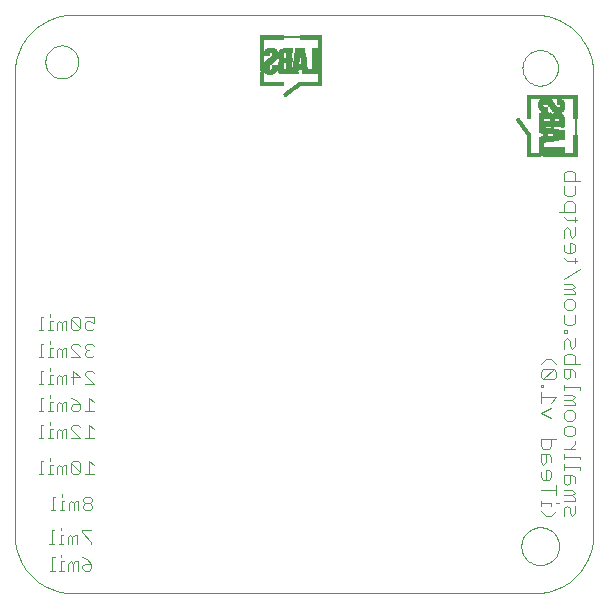
<source format=gbo>
G75*
G70*
%OFA0B0*%
%FSLAX24Y24*%
%IPPOS*%
%LPD*%
%AMOC8*
5,1,8,0,0,1.08239X$1,22.5*
%
%ADD10C,0.0004*%
%ADD11C,0.0040*%
%ADD12C,0.0000*%
%ADD13R,0.0008X0.0024*%
%ADD14R,0.0008X0.0040*%
%ADD15R,0.0008X0.0048*%
%ADD16R,0.0008X0.0072*%
%ADD17R,0.0008X0.0088*%
%ADD18R,0.0008X0.0104*%
%ADD19R,0.0008X0.0120*%
%ADD20R,0.0008X0.0136*%
%ADD21R,0.0008X0.0152*%
%ADD22R,0.0008X0.0176*%
%ADD23R,0.0008X0.0184*%
%ADD24R,0.0008X0.0200*%
%ADD25R,0.0008X0.0200*%
%ADD26R,0.0008X0.0192*%
%ADD27R,0.0008X0.0904*%
%ADD28R,0.0008X0.0776*%
%ADD29R,0.0008X0.0888*%
%ADD30R,0.0008X0.0880*%
%ADD31R,0.0008X0.0864*%
%ADD32R,0.0008X0.0776*%
%ADD33R,0.0008X0.0856*%
%ADD34R,0.0008X0.0848*%
%ADD35R,0.0008X0.0832*%
%ADD36R,0.0008X0.0824*%
%ADD37R,0.0008X0.0808*%
%ADD38R,0.0008X0.0800*%
%ADD39R,0.0008X0.0792*%
%ADD40R,0.0008X0.0768*%
%ADD41R,0.0008X0.0752*%
%ADD42R,0.0008X0.0744*%
%ADD43R,0.0008X0.0120*%
%ADD44R,0.0008X0.0128*%
%ADD45R,0.0008X0.0192*%
%ADD46R,0.0008X0.0656*%
%ADD47R,0.0008X0.0536*%
%ADD48R,0.0008X0.0240*%
%ADD49R,0.0008X0.0600*%
%ADD50R,0.0008X0.0288*%
%ADD51R,0.0008X0.0624*%
%ADD52R,0.0008X0.0304*%
%ADD53R,0.0008X0.0640*%
%ADD54R,0.0008X0.0336*%
%ADD55R,0.0008X0.0664*%
%ADD56R,0.0008X0.0656*%
%ADD57R,0.0008X0.0360*%
%ADD58R,0.0008X0.0664*%
%ADD59R,0.0008X0.0664*%
%ADD60R,0.0008X0.0384*%
%ADD61R,0.0008X0.0672*%
%ADD62R,0.0008X0.0400*%
%ADD63R,0.0008X0.0680*%
%ADD64R,0.0008X0.0416*%
%ADD65R,0.0008X0.0552*%
%ADD66R,0.0008X0.0672*%
%ADD67R,0.0008X0.0696*%
%ADD68R,0.0008X0.0552*%
%ADD69R,0.0008X0.0696*%
%ADD70R,0.0008X0.0560*%
%ADD71R,0.0008X0.0704*%
%ADD72R,0.0008X0.0568*%
%ADD73R,0.0008X0.0704*%
%ADD74R,0.0008X0.0568*%
%ADD75R,0.0008X0.1288*%
%ADD76R,0.0008X0.0920*%
%ADD77R,0.0008X0.0320*%
%ADD78R,0.0008X0.0912*%
%ADD79R,0.0008X0.0312*%
%ADD80R,0.0008X0.0432*%
%ADD81R,0.0008X0.0448*%
%ADD82R,0.0008X0.1192*%
%ADD83R,0.0008X0.0416*%
%ADD84R,0.0008X0.0304*%
%ADD85R,0.0008X0.1192*%
%ADD86R,0.0008X0.0408*%
%ADD87R,0.0008X0.0328*%
%ADD88R,0.0008X0.0728*%
%ADD89R,0.0008X0.0328*%
%ADD90R,0.0008X0.0720*%
%ADD91R,0.0008X0.0392*%
%ADD92R,0.0008X0.0720*%
%ADD93R,0.0008X0.0392*%
%ADD94R,0.0008X0.0488*%
%ADD95R,0.0008X0.0224*%
%ADD96R,0.0008X0.0488*%
%ADD97R,0.0008X0.0224*%
%ADD98R,0.0008X0.0480*%
%ADD99R,0.0008X0.0472*%
%ADD100R,0.0008X0.0472*%
%ADD101R,0.0008X0.0312*%
%ADD102R,0.0008X0.0216*%
%ADD103R,0.0008X0.0192*%
%ADD104R,0.0008X0.0336*%
%ADD105R,0.0008X0.0216*%
%ADD106R,0.0008X0.0352*%
%ADD107R,0.0008X0.0192*%
%ADD108R,0.0008X0.0184*%
%ADD109R,0.0008X0.0360*%
%ADD110R,0.0008X0.0208*%
%ADD111R,0.0008X0.0368*%
%ADD112R,0.0008X0.0184*%
%ADD113R,0.0008X0.0408*%
%ADD114R,0.0008X0.0416*%
%ADD115R,0.0008X0.0256*%
%ADD116R,0.0008X0.0440*%
%ADD117R,0.0008X0.0328*%
%ADD118R,0.0008X0.0336*%
%ADD119R,0.0008X0.0344*%
%ADD120R,0.0008X0.0472*%
%ADD121R,0.0008X0.0344*%
%ADD122R,0.0008X0.0464*%
%ADD123R,0.0008X0.0176*%
%ADD124R,0.0008X0.0456*%
%ADD125R,0.0008X0.0352*%
%ADD126R,0.0008X0.0440*%
%ADD127R,0.0008X0.0352*%
%ADD128R,0.0008X0.0424*%
%ADD129R,0.0008X0.0344*%
%ADD130R,0.0008X0.0176*%
%ADD131R,0.0008X0.0184*%
%ADD132R,0.0008X0.0216*%
%ADD133R,0.0008X0.0296*%
%ADD134R,0.0008X0.0280*%
%ADD135R,0.0008X0.0264*%
%ADD136R,0.0008X0.0448*%
%ADD137R,0.0008X0.0424*%
%ADD138R,0.0008X0.0400*%
%ADD139R,0.0008X0.0376*%
%ADD140R,0.0008X0.0368*%
%ADD141R,0.0008X0.0408*%
%ADD142R,0.0008X0.0480*%
%ADD143R,0.0008X0.0584*%
%ADD144R,0.0008X0.0576*%
%ADD145R,0.0008X0.0464*%
%ADD146R,0.0008X0.0328*%
%ADD147R,0.0008X0.0432*%
%ADD148R,0.0008X0.0376*%
%ADD149R,0.0008X0.0392*%
%ADD150R,0.0008X0.0376*%
%ADD151R,0.0008X0.0320*%
%ADD152R,0.0008X0.0272*%
%ADD153R,0.0008X0.0224*%
%ADD154R,0.0008X0.0064*%
%ADD155R,0.0008X0.0704*%
%ADD156R,0.0008X0.0704*%
%ADD157R,0.0008X0.2048*%
%ADD158R,0.0008X0.2048*%
%ADD159R,0.0024X0.0008*%
%ADD160R,0.0040X0.0008*%
%ADD161R,0.0048X0.0008*%
%ADD162R,0.0072X0.0008*%
%ADD163R,0.0088X0.0008*%
%ADD164R,0.0104X0.0008*%
%ADD165R,0.0120X0.0008*%
%ADD166R,0.0136X0.0008*%
%ADD167R,0.0152X0.0008*%
%ADD168R,0.0176X0.0008*%
%ADD169R,0.0184X0.0008*%
%ADD170R,0.0200X0.0008*%
%ADD171R,0.0200X0.0008*%
%ADD172R,0.0192X0.0008*%
%ADD173R,0.0904X0.0008*%
%ADD174R,0.0776X0.0008*%
%ADD175R,0.0888X0.0008*%
%ADD176R,0.0880X0.0008*%
%ADD177R,0.0864X0.0008*%
%ADD178R,0.0776X0.0008*%
%ADD179R,0.0856X0.0008*%
%ADD180R,0.0848X0.0008*%
%ADD181R,0.0832X0.0008*%
%ADD182R,0.0824X0.0008*%
%ADD183R,0.0808X0.0008*%
%ADD184R,0.0800X0.0008*%
%ADD185R,0.0792X0.0008*%
%ADD186R,0.0768X0.0008*%
%ADD187R,0.0752X0.0008*%
%ADD188R,0.0744X0.0008*%
%ADD189R,0.0120X0.0008*%
%ADD190R,0.0128X0.0008*%
%ADD191R,0.0192X0.0008*%
%ADD192R,0.0656X0.0008*%
%ADD193R,0.0536X0.0008*%
%ADD194R,0.0240X0.0008*%
%ADD195R,0.0600X0.0008*%
%ADD196R,0.0288X0.0008*%
%ADD197R,0.0624X0.0008*%
%ADD198R,0.0304X0.0008*%
%ADD199R,0.0640X0.0008*%
%ADD200R,0.0336X0.0008*%
%ADD201R,0.0664X0.0008*%
%ADD202R,0.0656X0.0008*%
%ADD203R,0.0360X0.0008*%
%ADD204R,0.0664X0.0008*%
%ADD205R,0.0664X0.0008*%
%ADD206R,0.0384X0.0008*%
%ADD207R,0.0672X0.0008*%
%ADD208R,0.0400X0.0008*%
%ADD209R,0.0680X0.0008*%
%ADD210R,0.0416X0.0008*%
%ADD211R,0.0552X0.0008*%
%ADD212R,0.0672X0.0008*%
%ADD213R,0.0696X0.0008*%
%ADD214R,0.0552X0.0008*%
%ADD215R,0.0696X0.0008*%
%ADD216R,0.0560X0.0008*%
%ADD217R,0.0704X0.0008*%
%ADD218R,0.0568X0.0008*%
%ADD219R,0.0704X0.0008*%
%ADD220R,0.0568X0.0008*%
%ADD221R,0.1288X0.0008*%
%ADD222R,0.0920X0.0008*%
%ADD223R,0.0320X0.0008*%
%ADD224R,0.0912X0.0008*%
%ADD225R,0.0312X0.0008*%
%ADD226R,0.0432X0.0008*%
%ADD227R,0.0448X0.0008*%
%ADD228R,0.1192X0.0008*%
%ADD229R,0.0416X0.0008*%
%ADD230R,0.0304X0.0008*%
%ADD231R,0.1192X0.0008*%
%ADD232R,0.0408X0.0008*%
%ADD233R,0.0328X0.0008*%
%ADD234R,0.0728X0.0008*%
%ADD235R,0.0328X0.0008*%
%ADD236R,0.0720X0.0008*%
%ADD237R,0.0392X0.0008*%
%ADD238R,0.0720X0.0008*%
%ADD239R,0.0392X0.0008*%
%ADD240R,0.0488X0.0008*%
%ADD241R,0.0224X0.0008*%
%ADD242R,0.0488X0.0008*%
%ADD243R,0.0224X0.0008*%
%ADD244R,0.0480X0.0008*%
%ADD245R,0.0472X0.0008*%
%ADD246R,0.0472X0.0008*%
%ADD247R,0.0312X0.0008*%
%ADD248R,0.0216X0.0008*%
%ADD249R,0.0192X0.0008*%
%ADD250R,0.0336X0.0008*%
%ADD251R,0.0216X0.0008*%
%ADD252R,0.0352X0.0008*%
%ADD253R,0.0192X0.0008*%
%ADD254R,0.0184X0.0008*%
%ADD255R,0.0360X0.0008*%
%ADD256R,0.0208X0.0008*%
%ADD257R,0.0368X0.0008*%
%ADD258R,0.0184X0.0008*%
%ADD259R,0.0408X0.0008*%
%ADD260R,0.0416X0.0008*%
%ADD261R,0.0256X0.0008*%
%ADD262R,0.0440X0.0008*%
%ADD263R,0.0328X0.0008*%
%ADD264R,0.0336X0.0008*%
%ADD265R,0.0344X0.0008*%
%ADD266R,0.0472X0.0008*%
%ADD267R,0.0344X0.0008*%
%ADD268R,0.0464X0.0008*%
%ADD269R,0.0176X0.0008*%
%ADD270R,0.0456X0.0008*%
%ADD271R,0.0352X0.0008*%
%ADD272R,0.0440X0.0008*%
%ADD273R,0.0352X0.0008*%
%ADD274R,0.0424X0.0008*%
%ADD275R,0.0344X0.0008*%
%ADD276R,0.0176X0.0008*%
%ADD277R,0.0184X0.0008*%
%ADD278R,0.0216X0.0008*%
%ADD279R,0.0296X0.0008*%
%ADD280R,0.0280X0.0008*%
%ADD281R,0.0264X0.0008*%
%ADD282R,0.0448X0.0008*%
%ADD283R,0.0424X0.0008*%
%ADD284R,0.0400X0.0008*%
%ADD285R,0.0376X0.0008*%
%ADD286R,0.0368X0.0008*%
%ADD287R,0.0408X0.0008*%
%ADD288R,0.0480X0.0008*%
%ADD289R,0.0584X0.0008*%
%ADD290R,0.0576X0.0008*%
%ADD291R,0.0464X0.0008*%
%ADD292R,0.0328X0.0008*%
%ADD293R,0.0432X0.0008*%
%ADD294R,0.0376X0.0008*%
%ADD295R,0.0392X0.0008*%
%ADD296R,0.0376X0.0008*%
%ADD297R,0.0320X0.0008*%
%ADD298R,0.0272X0.0008*%
%ADD299R,0.0224X0.0008*%
%ADD300R,0.0064X0.0008*%
%ADD301R,0.0704X0.0008*%
%ADD302R,0.0704X0.0008*%
%ADD303R,0.2048X0.0008*%
%ADD304R,0.2048X0.0008*%
D10*
X002079Y000131D02*
X004048Y000131D01*
X017434Y000131D01*
X017528Y000133D01*
X017621Y000140D01*
X017714Y000151D01*
X017807Y000167D01*
X017898Y000187D01*
X017989Y000211D01*
X018078Y000239D01*
X018166Y000272D01*
X018252Y000309D01*
X018336Y000350D01*
X018419Y000395D01*
X018499Y000444D01*
X018576Y000496D01*
X018651Y000552D01*
X018723Y000612D01*
X018793Y000675D01*
X018859Y000741D01*
X018922Y000811D01*
X018982Y000883D01*
X019038Y000958D01*
X019090Y001035D01*
X019139Y001116D01*
X019184Y001198D01*
X019225Y001282D01*
X019262Y001368D01*
X019295Y001456D01*
X019323Y001545D01*
X019347Y001636D01*
X019367Y001727D01*
X019383Y001820D01*
X019394Y001913D01*
X019401Y002006D01*
X019403Y002100D01*
X019402Y002100D02*
X019402Y008399D01*
X019402Y017454D01*
X019403Y017454D02*
X019401Y017548D01*
X019394Y017641D01*
X019383Y017734D01*
X019367Y017827D01*
X019347Y017918D01*
X019323Y018009D01*
X019295Y018098D01*
X019262Y018186D01*
X019225Y018272D01*
X019184Y018356D01*
X019139Y018438D01*
X019090Y018519D01*
X019038Y018596D01*
X018982Y018671D01*
X018922Y018743D01*
X018859Y018813D01*
X018793Y018879D01*
X018723Y018942D01*
X018651Y019002D01*
X018576Y019058D01*
X018499Y019110D01*
X018418Y019159D01*
X018336Y019204D01*
X018252Y019245D01*
X018166Y019282D01*
X018078Y019315D01*
X017989Y019343D01*
X017898Y019367D01*
X017807Y019387D01*
X017714Y019403D01*
X017621Y019414D01*
X017528Y019421D01*
X017434Y019423D01*
X017434Y019422D02*
X015859Y019422D01*
X002079Y019422D01*
X002079Y019423D02*
X001985Y019421D01*
X001892Y019414D01*
X001799Y019403D01*
X001706Y019387D01*
X001615Y019367D01*
X001524Y019343D01*
X001435Y019315D01*
X001347Y019282D01*
X001261Y019245D01*
X001177Y019204D01*
X001094Y019159D01*
X001014Y019110D01*
X000937Y019058D01*
X000862Y019002D01*
X000790Y018942D01*
X000720Y018879D01*
X000654Y018813D01*
X000591Y018743D01*
X000531Y018671D01*
X000475Y018596D01*
X000423Y018519D01*
X000374Y018439D01*
X000329Y018356D01*
X000288Y018272D01*
X000251Y018186D01*
X000218Y018098D01*
X000190Y018009D01*
X000166Y017918D01*
X000146Y017827D01*
X000130Y017734D01*
X000119Y017641D01*
X000112Y017548D01*
X000110Y017454D01*
X000111Y017454D02*
X000111Y012336D01*
X000111Y002100D01*
X000110Y002100D02*
X000112Y002006D01*
X000119Y001913D01*
X000130Y001820D01*
X000146Y001727D01*
X000166Y001636D01*
X000190Y001545D01*
X000218Y001456D01*
X000251Y001368D01*
X000288Y001282D01*
X000329Y001198D01*
X000374Y001116D01*
X000423Y001035D01*
X000475Y000958D01*
X000531Y000883D01*
X000591Y000811D01*
X000654Y000741D01*
X000720Y000675D01*
X000790Y000612D01*
X000862Y000552D01*
X000937Y000496D01*
X001014Y000444D01*
X001094Y000395D01*
X001177Y000350D01*
X001261Y000309D01*
X001347Y000272D01*
X001435Y000239D01*
X001524Y000211D01*
X001615Y000187D01*
X001706Y000167D01*
X001799Y000151D01*
X001892Y000140D01*
X001985Y000133D01*
X002079Y000131D01*
D11*
X001445Y000891D02*
X001291Y000891D01*
X001368Y000891D02*
X001368Y001351D01*
X001445Y001351D01*
X001675Y001351D02*
X001675Y001428D01*
X001675Y001198D02*
X001675Y000891D01*
X001752Y000891D02*
X001598Y000891D01*
X001905Y000891D02*
X001905Y001121D01*
X001982Y001198D01*
X002059Y001121D01*
X002059Y000891D01*
X002212Y000891D02*
X002212Y001198D01*
X002135Y001198D01*
X002059Y001121D01*
X002365Y001044D02*
X002365Y000968D01*
X002442Y000891D01*
X002596Y000891D01*
X002672Y000968D01*
X002672Y001121D01*
X002442Y001121D01*
X002365Y001044D01*
X002519Y001275D02*
X002672Y001121D01*
X002519Y001275D02*
X002365Y001351D01*
X002192Y001781D02*
X002192Y002088D01*
X002115Y002088D01*
X002039Y002011D01*
X001962Y002088D01*
X001885Y002011D01*
X001885Y001781D01*
X001732Y001781D02*
X001578Y001781D01*
X001655Y001781D02*
X001655Y002088D01*
X001732Y002088D01*
X001655Y002241D02*
X001655Y002318D01*
X001425Y002241D02*
X001348Y002241D01*
X001348Y001781D01*
X001425Y001781D02*
X001271Y001781D01*
X001675Y001198D02*
X001752Y001198D01*
X002039Y001781D02*
X002039Y002011D01*
X002345Y002165D02*
X002652Y001858D01*
X002652Y001781D01*
X002652Y002241D02*
X002345Y002241D01*
X002345Y002165D01*
X002232Y002901D02*
X002232Y003208D01*
X002155Y003208D01*
X002079Y003131D01*
X002002Y003208D01*
X001925Y003131D01*
X001925Y002901D01*
X001772Y002901D02*
X001618Y002901D01*
X001695Y002901D02*
X001695Y003208D01*
X001772Y003208D01*
X001695Y003361D02*
X001695Y003438D01*
X001465Y003361D02*
X001388Y003361D01*
X001388Y002901D01*
X001465Y002901D02*
X001311Y002901D01*
X002079Y002901D02*
X002079Y003131D01*
X002385Y003054D02*
X002385Y002978D01*
X002462Y002901D01*
X002616Y002901D01*
X002692Y002978D01*
X002692Y003054D01*
X002616Y003131D01*
X002462Y003131D01*
X002385Y003054D01*
X002462Y003131D02*
X002385Y003208D01*
X002385Y003285D01*
X002462Y003361D01*
X002616Y003361D01*
X002692Y003285D01*
X002692Y003208D01*
X002616Y003131D01*
X002606Y004101D02*
X002606Y004561D01*
X002759Y004408D01*
X002759Y004101D02*
X002452Y004101D01*
X002299Y004178D02*
X001992Y004485D01*
X001992Y004178D01*
X002069Y004101D01*
X002222Y004101D01*
X002299Y004178D01*
X002299Y004485D01*
X002222Y004561D01*
X002069Y004561D01*
X001992Y004485D01*
X001838Y004408D02*
X001762Y004408D01*
X001685Y004331D01*
X001608Y004408D01*
X001531Y004331D01*
X001531Y004101D01*
X001378Y004101D02*
X001225Y004101D01*
X001301Y004101D02*
X001301Y004408D01*
X001378Y004408D01*
X001301Y004561D02*
X001301Y004638D01*
X001071Y004561D02*
X000994Y004561D01*
X000994Y004101D01*
X000918Y004101D02*
X001071Y004101D01*
X001685Y004101D02*
X001685Y004331D01*
X001838Y004408D02*
X001838Y004101D01*
X001838Y005301D02*
X001838Y005608D01*
X001762Y005608D01*
X001685Y005531D01*
X001608Y005608D01*
X001531Y005531D01*
X001531Y005301D01*
X001378Y005301D02*
X001225Y005301D01*
X001301Y005301D02*
X001301Y005608D01*
X001378Y005608D01*
X001301Y005761D02*
X001301Y005838D01*
X001071Y005761D02*
X000994Y005761D01*
X000994Y005301D01*
X000918Y005301D02*
X001071Y005301D01*
X001685Y005301D02*
X001685Y005531D01*
X001992Y005608D02*
X001992Y005685D01*
X002069Y005761D01*
X002222Y005761D01*
X002299Y005685D01*
X001992Y005608D02*
X002299Y005301D01*
X001992Y005301D01*
X002452Y005301D02*
X002759Y005301D01*
X002606Y005301D02*
X002606Y005761D01*
X002759Y005608D01*
X002759Y006201D02*
X002452Y006201D01*
X002606Y006201D02*
X002606Y006661D01*
X002759Y006508D01*
X002299Y006431D02*
X002069Y006431D01*
X001992Y006354D01*
X001992Y006278D01*
X002069Y006201D01*
X002222Y006201D01*
X002299Y006278D01*
X002299Y006431D01*
X002145Y006585D01*
X001992Y006661D01*
X001838Y006508D02*
X001762Y006508D01*
X001685Y006431D01*
X001608Y006508D01*
X001531Y006431D01*
X001531Y006201D01*
X001378Y006201D02*
X001225Y006201D01*
X001301Y006201D02*
X001301Y006508D01*
X001378Y006508D01*
X001301Y006661D02*
X001301Y006738D01*
X001071Y006661D02*
X000994Y006661D01*
X000994Y006201D01*
X000918Y006201D02*
X001071Y006201D01*
X001685Y006201D02*
X001685Y006431D01*
X001838Y006508D02*
X001838Y006201D01*
X001838Y007101D02*
X001838Y007408D01*
X001762Y007408D01*
X001685Y007331D01*
X001608Y007408D01*
X001531Y007331D01*
X001531Y007101D01*
X001378Y007101D02*
X001225Y007101D01*
X001301Y007101D02*
X001301Y007408D01*
X001378Y007408D01*
X001301Y007561D02*
X001301Y007638D01*
X001071Y007561D02*
X000994Y007561D01*
X000994Y007101D01*
X000918Y007101D02*
X001071Y007101D01*
X001685Y007101D02*
X001685Y007331D01*
X001992Y007331D02*
X002299Y007331D01*
X002069Y007561D01*
X002069Y007101D01*
X002452Y007101D02*
X002759Y007101D01*
X002452Y007408D01*
X002452Y007485D01*
X002529Y007561D01*
X002682Y007561D01*
X002759Y007485D01*
X002682Y008001D02*
X002529Y008001D01*
X002452Y008078D01*
X002452Y008154D01*
X002529Y008231D01*
X002606Y008231D01*
X002529Y008231D02*
X002452Y008308D01*
X002452Y008385D01*
X002529Y008461D01*
X002682Y008461D01*
X002759Y008385D01*
X002759Y008078D02*
X002682Y008001D01*
X002299Y008001D02*
X001992Y008308D01*
X001992Y008385D01*
X002069Y008461D01*
X002222Y008461D01*
X002299Y008385D01*
X002299Y008001D02*
X001992Y008001D01*
X001838Y008001D02*
X001838Y008308D01*
X001762Y008308D01*
X001685Y008231D01*
X001608Y008308D01*
X001531Y008231D01*
X001531Y008001D01*
X001378Y008001D02*
X001225Y008001D01*
X001301Y008001D02*
X001301Y008308D01*
X001378Y008308D01*
X001301Y008461D02*
X001301Y008538D01*
X001071Y008461D02*
X000994Y008461D01*
X000994Y008001D01*
X000918Y008001D02*
X001071Y008001D01*
X001685Y008001D02*
X001685Y008231D01*
X001685Y008901D02*
X001685Y009131D01*
X001608Y009208D01*
X001531Y009131D01*
X001531Y008901D01*
X001378Y008901D02*
X001225Y008901D01*
X001301Y008901D02*
X001301Y009208D01*
X001378Y009208D01*
X001301Y009361D02*
X001301Y009438D01*
X001071Y009361D02*
X000994Y009361D01*
X000994Y008901D01*
X000918Y008901D02*
X001071Y008901D01*
X001685Y009131D02*
X001762Y009208D01*
X001838Y009208D01*
X001838Y008901D01*
X001992Y008978D02*
X002069Y008901D01*
X002222Y008901D01*
X002299Y008978D01*
X001992Y009285D01*
X001992Y008978D01*
X002299Y008978D02*
X002299Y009285D01*
X002222Y009361D01*
X002069Y009361D01*
X001992Y009285D01*
X002452Y009361D02*
X002759Y009361D01*
X002759Y009131D01*
X002606Y009208D01*
X002529Y009208D01*
X002452Y009131D01*
X002452Y008978D01*
X002529Y008901D01*
X002682Y008901D01*
X002759Y008978D01*
X017651Y007780D02*
X017824Y007954D01*
X017997Y007954D01*
X018171Y007780D01*
X018084Y007612D02*
X017737Y007265D01*
X017651Y007351D01*
X017651Y007525D01*
X017737Y007612D01*
X018084Y007612D01*
X018171Y007525D01*
X018171Y007351D01*
X018084Y007265D01*
X017737Y007265D01*
X017737Y007094D02*
X017651Y007094D01*
X017651Y007007D01*
X017737Y007007D01*
X017737Y007094D01*
X017651Y006838D02*
X017651Y006491D01*
X017651Y006665D02*
X018171Y006665D01*
X017997Y006491D01*
X017997Y006323D02*
X017651Y006149D01*
X017997Y005976D01*
X018438Y005976D02*
X018525Y005890D01*
X018698Y005890D01*
X018785Y005976D01*
X018785Y006150D01*
X018698Y006237D01*
X018525Y006237D01*
X018438Y006150D01*
X018438Y005976D01*
X018525Y005721D02*
X018698Y005721D01*
X018785Y005634D01*
X018785Y005461D01*
X018698Y005374D01*
X018525Y005374D01*
X018438Y005461D01*
X018438Y005634D01*
X018525Y005721D01*
X018171Y005291D02*
X017651Y005291D01*
X017651Y005031D01*
X017737Y004944D01*
X017911Y004944D01*
X017997Y005031D01*
X017997Y005291D01*
X018438Y004944D02*
X018785Y004944D01*
X018611Y004944D02*
X018785Y005118D01*
X018785Y005205D01*
X018438Y004774D02*
X018438Y004601D01*
X018438Y004687D02*
X018958Y004687D01*
X018958Y004601D01*
X018958Y004344D02*
X018438Y004344D01*
X018438Y004430D02*
X018438Y004257D01*
X018438Y004088D02*
X018438Y003828D01*
X018525Y003741D01*
X018611Y003828D01*
X018611Y004088D01*
X018698Y004088D02*
X018438Y004088D01*
X018698Y004088D02*
X018785Y004002D01*
X018785Y003828D01*
X018698Y003573D02*
X018438Y003573D01*
X018438Y003399D02*
X018698Y003399D01*
X018785Y003486D01*
X018698Y003573D01*
X018698Y003399D02*
X018785Y003312D01*
X018785Y003226D01*
X018438Y003226D01*
X018525Y003057D02*
X018611Y002970D01*
X018611Y002797D01*
X018698Y002710D01*
X018785Y002797D01*
X018785Y003057D01*
X018525Y003057D02*
X018438Y002970D01*
X018438Y002710D01*
X018171Y002884D02*
X017997Y002710D01*
X017824Y002710D01*
X017651Y002884D01*
X017651Y003054D02*
X017651Y003227D01*
X017651Y003141D02*
X017997Y003141D01*
X017997Y003054D01*
X018171Y003141D02*
X018258Y003141D01*
X018171Y003398D02*
X018171Y003744D01*
X018171Y003571D02*
X017651Y003571D01*
X017737Y003913D02*
X017911Y003913D01*
X017997Y004000D01*
X017997Y004173D01*
X017911Y004260D01*
X017824Y004260D01*
X017824Y003913D01*
X017737Y003913D02*
X017651Y004000D01*
X017651Y004173D01*
X017737Y004429D02*
X017824Y004516D01*
X017824Y004776D01*
X017911Y004776D02*
X017651Y004776D01*
X017651Y004516D01*
X017737Y004429D01*
X017997Y004516D02*
X017997Y004689D01*
X017911Y004776D01*
X018958Y004344D02*
X018958Y004257D01*
X018785Y006405D02*
X018438Y006405D01*
X018438Y006579D02*
X018698Y006579D01*
X018785Y006666D01*
X018698Y006752D01*
X018438Y006752D01*
X018438Y006921D02*
X018438Y007094D01*
X018438Y007008D02*
X018958Y007008D01*
X018958Y006921D01*
X018698Y006579D02*
X018785Y006492D01*
X018785Y006405D01*
X018525Y007265D02*
X018611Y007351D01*
X018611Y007612D01*
X018698Y007612D02*
X018438Y007612D01*
X018438Y007351D01*
X018525Y007265D01*
X018785Y007525D02*
X018698Y007612D01*
X018785Y007525D02*
X018785Y007351D01*
X018785Y007780D02*
X018785Y008041D01*
X018698Y008127D01*
X018525Y008127D01*
X018438Y008041D01*
X018438Y007780D01*
X018958Y007780D01*
X018698Y008296D02*
X018785Y008383D01*
X018785Y008643D01*
X018611Y008556D02*
X018611Y008383D01*
X018698Y008296D01*
X018438Y008296D02*
X018438Y008556D01*
X018525Y008643D01*
X018611Y008556D01*
X018525Y008812D02*
X018525Y008898D01*
X018438Y008898D01*
X018438Y008812D01*
X018525Y008812D01*
X018525Y009069D02*
X018438Y009156D01*
X018438Y009416D01*
X018525Y009585D02*
X018438Y009672D01*
X018438Y009845D01*
X018525Y009932D01*
X018698Y009932D01*
X018785Y009845D01*
X018785Y009672D01*
X018698Y009585D01*
X018525Y009585D01*
X018785Y009416D02*
X018785Y009156D01*
X018698Y009069D01*
X018525Y009069D01*
X018438Y010101D02*
X018785Y010101D01*
X018785Y010187D01*
X018698Y010274D01*
X018785Y010361D01*
X018698Y010448D01*
X018438Y010448D01*
X018438Y010616D02*
X018958Y010963D01*
X018785Y011132D02*
X018785Y011305D01*
X018872Y011219D02*
X018525Y011219D01*
X018438Y011305D01*
X018525Y011476D02*
X018698Y011476D01*
X018785Y011562D01*
X018785Y011736D01*
X018698Y011823D01*
X018611Y011823D01*
X018611Y011476D01*
X018525Y011476D02*
X018438Y011562D01*
X018438Y011736D01*
X018438Y011991D02*
X018438Y012252D01*
X018525Y012338D01*
X018611Y012252D01*
X018611Y012078D01*
X018698Y011991D01*
X018785Y012078D01*
X018785Y012338D01*
X018785Y012507D02*
X018785Y012680D01*
X018872Y012594D02*
X018525Y012594D01*
X018438Y012680D01*
X018438Y012851D02*
X018438Y013111D01*
X018525Y013198D01*
X018698Y013198D01*
X018785Y013111D01*
X018785Y012851D01*
X018264Y012851D01*
X018525Y013366D02*
X018438Y013453D01*
X018438Y013713D01*
X018438Y013882D02*
X018438Y014142D01*
X018525Y014229D01*
X018698Y014229D01*
X018785Y014142D01*
X018785Y013882D01*
X018785Y013713D02*
X018785Y013453D01*
X018698Y013366D01*
X018525Y013366D01*
X018438Y013882D02*
X018958Y013882D01*
X018698Y010274D02*
X018438Y010274D01*
D12*
X017040Y017651D02*
X017042Y017699D01*
X017048Y017747D01*
X017058Y017794D01*
X017071Y017840D01*
X017089Y017885D01*
X017109Y017929D01*
X017134Y017971D01*
X017162Y018010D01*
X017192Y018047D01*
X017226Y018081D01*
X017263Y018113D01*
X017301Y018142D01*
X017342Y018167D01*
X017385Y018189D01*
X017430Y018207D01*
X017476Y018221D01*
X017523Y018232D01*
X017571Y018239D01*
X017619Y018242D01*
X017667Y018241D01*
X017715Y018236D01*
X017763Y018227D01*
X017809Y018215D01*
X017854Y018198D01*
X017898Y018178D01*
X017940Y018155D01*
X017980Y018128D01*
X018018Y018098D01*
X018053Y018065D01*
X018085Y018029D01*
X018115Y017991D01*
X018141Y017950D01*
X018163Y017907D01*
X018183Y017863D01*
X018198Y017818D01*
X018210Y017771D01*
X018218Y017723D01*
X018222Y017675D01*
X018222Y017627D01*
X018218Y017579D01*
X018210Y017531D01*
X018198Y017484D01*
X018183Y017439D01*
X018163Y017395D01*
X018141Y017352D01*
X018115Y017311D01*
X018085Y017273D01*
X018053Y017237D01*
X018018Y017204D01*
X017980Y017174D01*
X017940Y017147D01*
X017898Y017124D01*
X017854Y017104D01*
X017809Y017087D01*
X017763Y017075D01*
X017715Y017066D01*
X017667Y017061D01*
X017619Y017060D01*
X017571Y017063D01*
X017523Y017070D01*
X017476Y017081D01*
X017430Y017095D01*
X017385Y017113D01*
X017342Y017135D01*
X017301Y017160D01*
X017263Y017189D01*
X017226Y017221D01*
X017192Y017255D01*
X017162Y017292D01*
X017134Y017331D01*
X017109Y017373D01*
X017089Y017417D01*
X017071Y017462D01*
X017058Y017508D01*
X017048Y017555D01*
X017042Y017603D01*
X017040Y017651D01*
X001135Y017848D02*
X001137Y017895D01*
X001143Y017941D01*
X001153Y017987D01*
X001166Y018032D01*
X001184Y018075D01*
X001205Y018117D01*
X001229Y018157D01*
X001257Y018194D01*
X001288Y018229D01*
X001322Y018262D01*
X001358Y018291D01*
X001397Y018317D01*
X001438Y018340D01*
X001481Y018359D01*
X001525Y018375D01*
X001570Y018387D01*
X001616Y018395D01*
X001663Y018399D01*
X001709Y018399D01*
X001756Y018395D01*
X001802Y018387D01*
X001847Y018375D01*
X001891Y018359D01*
X001934Y018340D01*
X001975Y018317D01*
X002014Y018291D01*
X002050Y018262D01*
X002084Y018229D01*
X002115Y018194D01*
X002143Y018157D01*
X002167Y018117D01*
X002188Y018075D01*
X002206Y018032D01*
X002219Y017987D01*
X002229Y017941D01*
X002235Y017895D01*
X002237Y017848D01*
X002235Y017801D01*
X002229Y017755D01*
X002219Y017709D01*
X002206Y017664D01*
X002188Y017621D01*
X002167Y017579D01*
X002143Y017539D01*
X002115Y017502D01*
X002084Y017467D01*
X002050Y017434D01*
X002014Y017405D01*
X001975Y017379D01*
X001934Y017356D01*
X001891Y017337D01*
X001847Y017321D01*
X001802Y017309D01*
X001756Y017301D01*
X001709Y017297D01*
X001663Y017297D01*
X001616Y017301D01*
X001570Y017309D01*
X001525Y017321D01*
X001481Y017337D01*
X001438Y017356D01*
X001397Y017379D01*
X001358Y017405D01*
X001322Y017434D01*
X001288Y017467D01*
X001257Y017502D01*
X001229Y017539D01*
X001205Y017579D01*
X001184Y017621D01*
X001166Y017664D01*
X001153Y017709D01*
X001143Y017755D01*
X001137Y017801D01*
X001135Y017848D01*
X017001Y001706D02*
X017003Y001756D01*
X017009Y001806D01*
X017019Y001855D01*
X017033Y001903D01*
X017050Y001950D01*
X017071Y001995D01*
X017096Y002039D01*
X017124Y002080D01*
X017156Y002119D01*
X017190Y002156D01*
X017227Y002190D01*
X017267Y002220D01*
X017309Y002247D01*
X017353Y002271D01*
X017399Y002292D01*
X017446Y002308D01*
X017494Y002321D01*
X017544Y002330D01*
X017593Y002335D01*
X017644Y002336D01*
X017694Y002333D01*
X017743Y002326D01*
X017792Y002315D01*
X017840Y002300D01*
X017886Y002282D01*
X017931Y002260D01*
X017974Y002234D01*
X018015Y002205D01*
X018054Y002173D01*
X018090Y002138D01*
X018122Y002100D01*
X018152Y002060D01*
X018179Y002017D01*
X018202Y001973D01*
X018221Y001927D01*
X018237Y001879D01*
X018249Y001830D01*
X018257Y001781D01*
X018261Y001731D01*
X018261Y001681D01*
X018257Y001631D01*
X018249Y001582D01*
X018237Y001533D01*
X018221Y001485D01*
X018202Y001439D01*
X018179Y001395D01*
X018152Y001352D01*
X018122Y001312D01*
X018090Y001274D01*
X018054Y001239D01*
X018015Y001207D01*
X017974Y001178D01*
X017931Y001152D01*
X017886Y001130D01*
X017840Y001112D01*
X017792Y001097D01*
X017743Y001086D01*
X017694Y001079D01*
X017644Y001076D01*
X017593Y001077D01*
X017544Y001082D01*
X017494Y001091D01*
X017446Y001104D01*
X017399Y001120D01*
X017353Y001141D01*
X017309Y001165D01*
X017267Y001192D01*
X017227Y001222D01*
X017190Y001256D01*
X017156Y001293D01*
X017124Y001332D01*
X017096Y001373D01*
X017071Y001417D01*
X017050Y001462D01*
X017033Y001509D01*
X017019Y001557D01*
X017009Y001606D01*
X017003Y001656D01*
X017001Y001706D01*
D13*
X016851Y015906D03*
D14*
X016859Y015906D03*
D15*
X016867Y015902D03*
D16*
X016875Y015898D03*
D17*
X016883Y015898D03*
D18*
X016891Y015898D03*
D19*
X016899Y015890D03*
X017339Y016682D03*
X017347Y016682D03*
X017355Y016682D03*
X017371Y016682D03*
X017379Y016682D03*
X017387Y016682D03*
X017395Y016682D03*
X017411Y016682D03*
X017419Y016682D03*
X017427Y016682D03*
X017435Y016682D03*
X017451Y016682D03*
X017459Y016682D03*
X017467Y016682D03*
X017475Y016682D03*
X017491Y016682D03*
X017499Y016682D03*
X017507Y016682D03*
X017515Y016682D03*
X017531Y016682D03*
X017539Y016682D03*
X017547Y016682D03*
X017555Y016682D03*
X017571Y016682D03*
X017579Y016682D03*
X017587Y016682D03*
X017595Y016682D03*
X017611Y016682D03*
X017619Y016682D03*
X017627Y016682D03*
X017635Y016682D03*
X017651Y016682D03*
X017659Y016682D03*
X017667Y016682D03*
X017995Y016682D03*
X018011Y016682D03*
X018019Y016682D03*
X018027Y016682D03*
X018035Y016682D03*
X018051Y016682D03*
X018059Y016682D03*
X018067Y016682D03*
X018075Y016682D03*
X018091Y016682D03*
X018099Y016682D03*
X018107Y016682D03*
X018115Y016682D03*
X018131Y016682D03*
X018139Y016682D03*
X018147Y016682D03*
X018155Y016682D03*
X018171Y016682D03*
X018179Y016682D03*
X018187Y016682D03*
X018195Y016682D03*
X018355Y016682D03*
X018371Y016682D03*
X018379Y016682D03*
X018387Y016682D03*
X018395Y016682D03*
X018411Y016682D03*
X018419Y016682D03*
X018427Y016682D03*
X018435Y016682D03*
X018451Y016682D03*
X018459Y016682D03*
X018467Y016682D03*
X018475Y016682D03*
X018491Y016682D03*
X018499Y016682D03*
X018507Y016682D03*
X018515Y016682D03*
X018531Y016682D03*
X018539Y016682D03*
X018547Y016682D03*
X018555Y016682D03*
X018571Y016682D03*
X018579Y016682D03*
X018587Y016682D03*
X018595Y016682D03*
X018611Y016682D03*
X018619Y016682D03*
X018627Y016682D03*
X018635Y016682D03*
X018651Y016682D03*
X018659Y016682D03*
X018667Y016682D03*
X018675Y016682D03*
X018691Y016682D03*
X018699Y016682D03*
X018707Y016682D03*
X018715Y016682D03*
X018731Y016682D03*
X018739Y016682D03*
X018747Y016682D03*
X018755Y016682D03*
X018755Y014754D03*
X018747Y014754D03*
X018739Y014754D03*
X018731Y014754D03*
X018715Y014754D03*
X018707Y014754D03*
X018699Y014754D03*
X018691Y014754D03*
X018675Y014754D03*
X018667Y014754D03*
X018659Y014754D03*
X018651Y014754D03*
X018635Y014754D03*
X018627Y014754D03*
X018619Y014754D03*
X018611Y014754D03*
X018595Y014754D03*
X018587Y014754D03*
X018579Y014754D03*
X018571Y014754D03*
X018555Y014754D03*
X018547Y014754D03*
X018539Y014754D03*
X018531Y014754D03*
X018515Y014754D03*
X018507Y014754D03*
X018499Y014754D03*
X018491Y014754D03*
X018475Y014754D03*
X018467Y014754D03*
X018459Y014754D03*
X018451Y014754D03*
X017595Y014754D03*
X017587Y014754D03*
X017579Y014754D03*
X017571Y014754D03*
X017555Y014754D03*
X017547Y014754D03*
X017539Y014754D03*
X017531Y014754D03*
X017515Y014754D03*
X017507Y014754D03*
X017499Y014754D03*
X017491Y014754D03*
X017475Y014754D03*
X017467Y014754D03*
X017459Y014754D03*
X017451Y014754D03*
X017435Y014754D03*
X017427Y014754D03*
X017419Y014754D03*
X017411Y014754D03*
X017395Y014754D03*
X017387Y014754D03*
X017379Y014754D03*
X017371Y014754D03*
X017355Y014754D03*
X017347Y014754D03*
X017339Y014754D03*
D20*
X016907Y015890D03*
D21*
X016915Y015890D03*
D22*
X016923Y015886D03*
X018163Y015518D03*
X018203Y015510D03*
D23*
X018187Y015514D03*
X018179Y015514D03*
X018171Y015514D03*
X018139Y015522D03*
X018131Y015522D03*
X018115Y015522D03*
X018219Y015314D03*
X018227Y015314D03*
X018235Y015314D03*
X016931Y015882D03*
D24*
X016939Y015874D03*
X016947Y015866D03*
X016955Y015858D03*
X016971Y015834D03*
X016979Y015826D03*
X016987Y015810D03*
X016995Y015802D03*
X017011Y015778D03*
X017019Y015770D03*
X017027Y015754D03*
X017035Y015746D03*
X017051Y015722D03*
X017059Y015714D03*
X017067Y015706D03*
X017075Y015690D03*
X017091Y015674D03*
X017099Y015658D03*
X017107Y015650D03*
X017115Y015634D03*
X017131Y015618D03*
X017139Y015602D03*
X017147Y015594D03*
X017155Y015586D03*
X017171Y015562D03*
X017179Y015554D03*
X017187Y015538D03*
X017195Y015530D03*
X017211Y015506D03*
X017915Y015274D03*
X017971Y015282D03*
X018139Y016050D03*
X018147Y016050D03*
X018155Y016050D03*
X018307Y016258D03*
D25*
X017163Y015570D03*
X017123Y015626D03*
X017083Y015682D03*
X017043Y015738D03*
X017003Y015794D03*
X016963Y015842D03*
D26*
X017203Y015518D03*
X017923Y015278D03*
X017963Y015278D03*
D27*
X017219Y015146D03*
D28*
X017307Y015082D03*
X017315Y016354D03*
X017307Y016354D03*
X017299Y016354D03*
X017291Y016354D03*
X017275Y016354D03*
X017267Y016354D03*
X017259Y016354D03*
X017251Y016354D03*
X017235Y016354D03*
X017227Y016354D03*
X017219Y016354D03*
X017331Y016354D03*
X018771Y016354D03*
X018779Y016354D03*
X018787Y016354D03*
X018795Y016354D03*
X018851Y016354D03*
X018859Y016354D03*
X018867Y016354D03*
X018875Y016354D03*
D29*
X017227Y015138D03*
D30*
X017235Y015134D03*
D31*
X017243Y015126D03*
D32*
X017243Y016354D03*
X017283Y016354D03*
X017323Y016354D03*
X018803Y016354D03*
X018883Y016354D03*
D33*
X017251Y015122D03*
D34*
X017259Y015118D03*
D35*
X017267Y015110D03*
D36*
X017275Y015106D03*
D37*
X017283Y015098D03*
D38*
X017291Y015094D03*
D39*
X017299Y015090D03*
D40*
X017315Y015078D03*
D41*
X017323Y015070D03*
D42*
X017331Y015066D03*
D43*
X017363Y014754D03*
X017403Y014754D03*
X017443Y014754D03*
X017483Y014754D03*
X017523Y014754D03*
X017563Y014754D03*
X017603Y014754D03*
X018483Y014754D03*
X018523Y014754D03*
X018563Y014754D03*
X018603Y014754D03*
X018643Y014754D03*
X018683Y014754D03*
X018723Y014754D03*
X018763Y014754D03*
X018763Y016682D03*
X018723Y016682D03*
X018683Y016682D03*
X018643Y016682D03*
X018603Y016682D03*
X018563Y016682D03*
X018523Y016682D03*
X018483Y016682D03*
X018443Y016682D03*
X018403Y016682D03*
X018363Y016682D03*
X018203Y016682D03*
X018163Y016682D03*
X018123Y016682D03*
X018083Y016682D03*
X018043Y016682D03*
X018003Y016682D03*
X017643Y016682D03*
X017603Y016682D03*
X017563Y016682D03*
X017523Y016682D03*
X017483Y016682D03*
X017443Y016682D03*
X017403Y016682D03*
X017363Y016682D03*
D44*
X017595Y016406D03*
D45*
X017603Y016406D03*
X017923Y015550D03*
X018003Y015286D03*
X018043Y015294D03*
X018083Y015294D03*
X018123Y015302D03*
X018203Y015310D03*
D46*
X017635Y015022D03*
X017627Y015022D03*
X017619Y015022D03*
X017611Y015022D03*
D47*
X017611Y015746D03*
D48*
X017611Y016406D03*
D49*
X017619Y015778D03*
D50*
X017619Y016406D03*
D51*
X017627Y015790D03*
D52*
X017627Y016406D03*
X017755Y016590D03*
X017771Y016590D03*
X017779Y016590D03*
X017787Y016590D03*
X017795Y016590D03*
X017811Y016590D03*
X017819Y016590D03*
X017827Y016590D03*
X017835Y016590D03*
X017851Y016590D03*
X017859Y016590D03*
X017867Y016590D03*
X018211Y016590D03*
X018219Y016590D03*
X018227Y016590D03*
X018235Y016590D03*
X018251Y016590D03*
X018259Y016590D03*
X018267Y016590D03*
X018275Y016590D03*
X018435Y016390D03*
D53*
X017635Y015798D03*
D54*
X017635Y016406D03*
X018427Y016390D03*
X018395Y015406D03*
X018387Y015406D03*
X018379Y015406D03*
X018371Y015406D03*
D55*
X017643Y015026D03*
D56*
X017643Y015798D03*
D57*
X018283Y015410D03*
X017643Y016410D03*
D58*
X017651Y015026D03*
X017659Y015026D03*
X017667Y015026D03*
X017675Y015026D03*
D59*
X017651Y015802D03*
D60*
X017651Y016406D03*
X017947Y016550D03*
D61*
X017659Y015806D03*
X017691Y015030D03*
X017699Y015030D03*
X017707Y015030D03*
X017715Y015030D03*
D62*
X018059Y015862D03*
X018067Y015862D03*
X018211Y016158D03*
X018219Y016158D03*
X018227Y016158D03*
X018235Y016158D03*
X018259Y016150D03*
X018267Y016150D03*
X018275Y016150D03*
X017795Y016150D03*
X017787Y016150D03*
X017779Y016150D03*
X017659Y016406D03*
D63*
X017667Y015810D03*
X017675Y015810D03*
X017731Y015034D03*
X017739Y015034D03*
X017747Y015034D03*
X017755Y015034D03*
D64*
X018187Y016166D03*
X018291Y016150D03*
X017667Y016406D03*
D65*
X017675Y016466D03*
D66*
X017683Y015030D03*
X017723Y015030D03*
D67*
X017683Y015810D03*
D68*
X017683Y016466D03*
D69*
X017691Y015810D03*
X017699Y015810D03*
D70*
X017699Y016462D03*
X017691Y016462D03*
D71*
X017707Y015814D03*
X017715Y015814D03*
D72*
X017715Y016458D03*
X017707Y016458D03*
D73*
X017723Y015814D03*
D74*
X017723Y016458D03*
D75*
X017731Y016098D03*
D76*
X017739Y015914D03*
D77*
X017739Y016582D03*
X017899Y016582D03*
X018299Y016582D03*
X018307Y016582D03*
X018315Y016582D03*
X018411Y015406D03*
X018419Y015406D03*
X018427Y015406D03*
X018435Y015406D03*
D78*
X017747Y015910D03*
D79*
X018115Y016322D03*
X018107Y016330D03*
X018291Y016586D03*
X017891Y016586D03*
X017875Y016586D03*
X017747Y016586D03*
D80*
X017979Y016526D03*
X018379Y016390D03*
X017755Y015670D03*
D81*
X017755Y016142D03*
X018355Y016390D03*
X018387Y015886D03*
D82*
X017763Y015290D03*
D83*
X017763Y016150D03*
D84*
X017763Y016590D03*
X017803Y016590D03*
X017843Y016590D03*
X018243Y016590D03*
D85*
X017771Y015290D03*
D86*
X018419Y015866D03*
X018195Y016162D03*
X018395Y016394D03*
X017771Y016154D03*
D87*
X018099Y016338D03*
X017907Y016578D03*
X017915Y014858D03*
X017907Y014858D03*
X017899Y014858D03*
X017891Y014858D03*
X017875Y014858D03*
X017867Y014858D03*
X017859Y014858D03*
X017851Y014858D03*
X017835Y014858D03*
X017827Y014858D03*
X017819Y014858D03*
X017811Y014858D03*
X017795Y014858D03*
X017787Y014858D03*
X017779Y014858D03*
X017931Y014858D03*
X017939Y014858D03*
X017947Y014858D03*
X017955Y014858D03*
X017971Y014858D03*
X017979Y014858D03*
X017987Y014858D03*
X017995Y014858D03*
X018011Y014858D03*
X018019Y014858D03*
X018027Y014858D03*
X018035Y014858D03*
X018051Y014858D03*
X018059Y014858D03*
X018067Y014858D03*
X018075Y014858D03*
X018091Y014858D03*
X018099Y014858D03*
X018107Y014858D03*
X018115Y014858D03*
X018131Y014858D03*
X018139Y014858D03*
X018147Y014858D03*
X018155Y014858D03*
X018171Y014858D03*
X018179Y014858D03*
X018187Y014858D03*
X018195Y014858D03*
X018211Y014858D03*
X018219Y014858D03*
X018227Y014858D03*
X018235Y014858D03*
X018251Y014858D03*
X018259Y014858D03*
X018267Y014858D03*
X018275Y014858D03*
X018291Y014858D03*
X018299Y014858D03*
X018307Y014858D03*
X018315Y014858D03*
X018331Y014858D03*
X018339Y014858D03*
X018347Y014858D03*
X018355Y014858D03*
X018371Y014858D03*
X018379Y014858D03*
X018387Y014858D03*
X018395Y014858D03*
X018411Y014858D03*
X018419Y014858D03*
X018427Y014858D03*
X018435Y014858D03*
D88*
X017795Y015522D03*
X017787Y015522D03*
X017779Y015522D03*
D89*
X017803Y014858D03*
X017843Y014858D03*
X017883Y014858D03*
X017923Y014858D03*
X017963Y014858D03*
X018003Y014858D03*
X018043Y014858D03*
X018083Y014858D03*
X018123Y014858D03*
X018163Y014858D03*
X018203Y014858D03*
X018243Y014858D03*
X018283Y014858D03*
X018323Y014858D03*
X018363Y014858D03*
X018403Y014858D03*
X018443Y014858D03*
X018323Y016578D03*
D90*
X017803Y015526D03*
D91*
X017803Y016154D03*
X017843Y016154D03*
X017883Y016154D03*
X018243Y016154D03*
X018403Y016394D03*
D92*
X017819Y015526D03*
X017811Y015526D03*
D93*
X017811Y016154D03*
X017819Y016154D03*
X017827Y016154D03*
X017835Y016154D03*
X017851Y016154D03*
X017859Y016154D03*
X017867Y016154D03*
X017875Y016154D03*
X017891Y016154D03*
X017899Y016154D03*
X018251Y016154D03*
X017955Y016546D03*
D94*
X017995Y015906D03*
X018307Y015906D03*
X018315Y015906D03*
X017851Y015410D03*
X017835Y015410D03*
X017827Y015410D03*
D95*
X017827Y015774D03*
X017835Y015774D03*
X017851Y015774D03*
X017859Y015774D03*
X017867Y015774D03*
X017875Y015774D03*
X017891Y015774D03*
X017899Y015774D03*
X017907Y015774D03*
X017915Y015774D03*
X017931Y015774D03*
X017939Y015774D03*
X017947Y015774D03*
X017955Y015774D03*
X017971Y015774D03*
X017979Y015774D03*
X017987Y015774D03*
X018131Y015774D03*
X018139Y015774D03*
X018147Y015774D03*
X018155Y015774D03*
X018171Y015774D03*
X018179Y015774D03*
X018187Y015774D03*
X018195Y015774D03*
X018211Y015774D03*
X018219Y015774D03*
X018227Y015774D03*
X018235Y015774D03*
X018251Y015774D03*
X018259Y015774D03*
X018267Y015774D03*
X018275Y015774D03*
X018291Y015774D03*
X018299Y015774D03*
D96*
X018003Y015906D03*
X017843Y015410D03*
D97*
X017843Y015774D03*
X017883Y015774D03*
X017923Y015774D03*
X017963Y015774D03*
X018123Y015774D03*
X018163Y015774D03*
X018203Y015774D03*
X018243Y015774D03*
X018283Y015774D03*
D98*
X018331Y015902D03*
X018339Y015902D03*
X018115Y015902D03*
X018011Y015902D03*
X017867Y015414D03*
X017859Y015414D03*
D99*
X017875Y015410D03*
X017891Y015410D03*
X017899Y015410D03*
X017907Y015410D03*
D100*
X017883Y015410D03*
D101*
X017883Y016586D03*
X018283Y016586D03*
D102*
X017971Y016058D03*
X017979Y016050D03*
X017955Y016058D03*
X017947Y016058D03*
X017931Y016066D03*
X017915Y016066D03*
X017907Y016066D03*
D103*
X017915Y015550D03*
X017971Y015542D03*
X017979Y015542D03*
X017979Y015286D03*
X017987Y015286D03*
X017995Y015286D03*
X018011Y015286D03*
X018019Y015286D03*
X018027Y015286D03*
X018035Y015286D03*
X018051Y015294D03*
X018059Y015294D03*
X018067Y015294D03*
X018075Y015294D03*
X018091Y015294D03*
X018115Y015302D03*
X018131Y015302D03*
X018139Y015302D03*
X018147Y015302D03*
X018155Y015302D03*
X018171Y015310D03*
X018179Y015310D03*
X018187Y015310D03*
X018195Y015310D03*
X018211Y015310D03*
D104*
X017915Y016574D03*
D105*
X017923Y016066D03*
X017963Y016058D03*
X018323Y016266D03*
D106*
X017923Y016566D03*
X018323Y015406D03*
D107*
X017955Y015278D03*
X017947Y015278D03*
X017939Y015278D03*
X017931Y015278D03*
D108*
X018099Y015298D03*
X018107Y015298D03*
X018075Y015530D03*
X018067Y015530D03*
X018059Y015530D03*
X018051Y015530D03*
X018027Y015538D03*
X018019Y015538D03*
X018011Y015538D03*
X017995Y015538D03*
X017987Y015538D03*
X017955Y015546D03*
X017947Y015546D03*
X017939Y015546D03*
X017931Y015546D03*
D109*
X018291Y015410D03*
X018299Y015410D03*
X017931Y016562D03*
D110*
X018315Y016262D03*
X018131Y016046D03*
X017939Y016062D03*
D111*
X017939Y016558D03*
D112*
X017963Y015546D03*
X018003Y015538D03*
X018043Y015530D03*
X018083Y015530D03*
X018163Y015306D03*
D113*
X017963Y016538D03*
D114*
X017971Y016534D03*
D115*
X018155Y016286D03*
X017987Y016030D03*
D116*
X018171Y016170D03*
X018371Y016394D03*
X017987Y016522D03*
X018395Y015882D03*
D117*
X018091Y016346D03*
X017995Y016450D03*
D118*
X018003Y016446D03*
X018443Y015830D03*
X018363Y015406D03*
D119*
X018075Y016362D03*
X018011Y016434D03*
D120*
X018019Y015898D03*
X018107Y015898D03*
X018347Y015898D03*
X018355Y015898D03*
D121*
X018067Y016370D03*
X018027Y016418D03*
X018019Y016426D03*
X018339Y015410D03*
X018347Y015410D03*
X018355Y015410D03*
D122*
X018371Y015894D03*
X018099Y015894D03*
X018027Y015894D03*
D123*
X018035Y015534D03*
D124*
X018035Y015890D03*
X018091Y015890D03*
X018379Y015890D03*
D125*
X018419Y016390D03*
X018059Y016382D03*
X018051Y016390D03*
X018035Y016406D03*
X018307Y015406D03*
X018315Y015406D03*
X018331Y015406D03*
D126*
X018083Y015882D03*
X018043Y015882D03*
D127*
X018043Y016398D03*
D128*
X018387Y016394D03*
X018411Y015874D03*
X018075Y015874D03*
X018051Y015874D03*
D129*
X018083Y016354D03*
D130*
X018459Y016390D03*
X018235Y015510D03*
X018227Y015510D03*
X018219Y015510D03*
X018211Y015510D03*
X018195Y015510D03*
X018155Y015518D03*
X018147Y015518D03*
X018107Y015526D03*
X018099Y015526D03*
X018091Y015526D03*
D131*
X018123Y015522D03*
D132*
X018123Y016034D03*
D133*
X018123Y016314D03*
D134*
X018131Y016306D03*
X018139Y016298D03*
D135*
X018147Y016290D03*
D136*
X018163Y016174D03*
X018363Y016390D03*
D137*
X018299Y016146D03*
X018179Y016170D03*
D138*
X018203Y016158D03*
D139*
X018243Y015410D03*
D140*
X018251Y015406D03*
X018259Y015406D03*
X018267Y015406D03*
X018275Y015406D03*
D141*
X018283Y016154D03*
D142*
X018323Y015902D03*
D143*
X018331Y016450D03*
X018339Y016450D03*
D144*
X018347Y016454D03*
D145*
X018363Y015894D03*
D146*
X018403Y015410D03*
D147*
X018403Y015878D03*
D148*
X018411Y016394D03*
D149*
X018427Y015858D03*
D150*
X018435Y015850D03*
D151*
X018443Y015406D03*
D152*
X018443Y016390D03*
D153*
X018451Y016390D03*
D154*
X018467Y016390D03*
D155*
X018771Y015046D03*
X018779Y015046D03*
X018787Y015046D03*
X018795Y015046D03*
X018851Y015046D03*
X018859Y015046D03*
X018867Y015046D03*
X018875Y015046D03*
D156*
X018883Y015046D03*
X018803Y015046D03*
D157*
X018811Y015718D03*
X018819Y015718D03*
X018827Y015718D03*
X018835Y015718D03*
D158*
X018843Y015718D03*
D159*
X009139Y016674D03*
D160*
X009139Y016682D03*
D161*
X009143Y016690D03*
D162*
X009147Y016698D03*
D163*
X009147Y016706D03*
D164*
X009147Y016714D03*
D165*
X009155Y016722D03*
X008363Y017162D03*
X008363Y017170D03*
X008363Y017178D03*
X008363Y017194D03*
X008363Y017202D03*
X008363Y017210D03*
X008363Y017218D03*
X008363Y017234D03*
X008363Y017242D03*
X008363Y017250D03*
X008363Y017258D03*
X008363Y017274D03*
X008363Y017282D03*
X008363Y017290D03*
X008363Y017298D03*
X008363Y017314D03*
X008363Y017322D03*
X008363Y017330D03*
X008363Y017338D03*
X008363Y017354D03*
X008363Y017362D03*
X008363Y017370D03*
X008363Y017378D03*
X008363Y017394D03*
X008363Y017402D03*
X008363Y017410D03*
X008363Y017418D03*
X008363Y017434D03*
X008363Y017442D03*
X008363Y017450D03*
X008363Y017458D03*
X008363Y017474D03*
X008363Y017482D03*
X008363Y017490D03*
X008363Y017818D03*
X008363Y017834D03*
X008363Y017842D03*
X008363Y017850D03*
X008363Y017858D03*
X008363Y017874D03*
X008363Y017882D03*
X008363Y017890D03*
X008363Y017898D03*
X008363Y017914D03*
X008363Y017922D03*
X008363Y017930D03*
X008363Y017938D03*
X008363Y017954D03*
X008363Y017962D03*
X008363Y017970D03*
X008363Y017978D03*
X008363Y017994D03*
X008363Y018002D03*
X008363Y018010D03*
X008363Y018018D03*
X008363Y018178D03*
X008363Y018194D03*
X008363Y018202D03*
X008363Y018210D03*
X008363Y018218D03*
X008363Y018234D03*
X008363Y018242D03*
X008363Y018250D03*
X008363Y018258D03*
X008363Y018274D03*
X008363Y018282D03*
X008363Y018290D03*
X008363Y018298D03*
X008363Y018314D03*
X008363Y018322D03*
X008363Y018330D03*
X008363Y018338D03*
X008363Y018354D03*
X008363Y018362D03*
X008363Y018370D03*
X008363Y018378D03*
X008363Y018394D03*
X008363Y018402D03*
X008363Y018410D03*
X008363Y018418D03*
X008363Y018434D03*
X008363Y018442D03*
X008363Y018450D03*
X008363Y018458D03*
X008363Y018474D03*
X008363Y018482D03*
X008363Y018490D03*
X008363Y018498D03*
X008363Y018514D03*
X008363Y018522D03*
X008363Y018530D03*
X008363Y018538D03*
X008363Y018554D03*
X008363Y018562D03*
X008363Y018570D03*
X008363Y018578D03*
X010291Y018578D03*
X010291Y018570D03*
X010291Y018562D03*
X010291Y018554D03*
X010291Y018538D03*
X010291Y018530D03*
X010291Y018522D03*
X010291Y018514D03*
X010291Y018498D03*
X010291Y018490D03*
X010291Y018482D03*
X010291Y018474D03*
X010291Y018458D03*
X010291Y018450D03*
X010291Y018442D03*
X010291Y018434D03*
X010291Y018418D03*
X010291Y018410D03*
X010291Y018402D03*
X010291Y018394D03*
X010291Y018378D03*
X010291Y018370D03*
X010291Y018362D03*
X010291Y018354D03*
X010291Y018338D03*
X010291Y018330D03*
X010291Y018322D03*
X010291Y018314D03*
X010291Y018298D03*
X010291Y018290D03*
X010291Y018282D03*
X010291Y018274D03*
X010291Y017418D03*
X010291Y017410D03*
X010291Y017402D03*
X010291Y017394D03*
X010291Y017378D03*
X010291Y017370D03*
X010291Y017362D03*
X010291Y017354D03*
X010291Y017338D03*
X010291Y017330D03*
X010291Y017322D03*
X010291Y017314D03*
X010291Y017298D03*
X010291Y017290D03*
X010291Y017282D03*
X010291Y017274D03*
X010291Y017258D03*
X010291Y017250D03*
X010291Y017242D03*
X010291Y017234D03*
X010291Y017218D03*
X010291Y017210D03*
X010291Y017202D03*
X010291Y017194D03*
X010291Y017178D03*
X010291Y017170D03*
X010291Y017162D03*
D166*
X009155Y016730D03*
D167*
X009155Y016738D03*
D168*
X009159Y016746D03*
X009527Y017986D03*
X009535Y018026D03*
D169*
X009531Y018010D03*
X009531Y018002D03*
X009531Y017994D03*
X009523Y017962D03*
X009523Y017954D03*
X009523Y017938D03*
X009731Y018042D03*
X009731Y018050D03*
X009731Y018058D03*
X009163Y016754D03*
D170*
X009171Y016762D03*
X009179Y016770D03*
X009187Y016778D03*
X009211Y016794D03*
X009219Y016802D03*
X009235Y016810D03*
X009243Y016818D03*
X009267Y016834D03*
X009275Y016842D03*
X009291Y016850D03*
X009299Y016858D03*
X009323Y016874D03*
X009331Y016882D03*
X009339Y016890D03*
X009355Y016898D03*
X009371Y016914D03*
X009387Y016922D03*
X009395Y016930D03*
X009411Y016938D03*
X009427Y016954D03*
X009443Y016962D03*
X009451Y016970D03*
X009459Y016978D03*
X009483Y016994D03*
X009491Y017002D03*
X009507Y017010D03*
X009515Y017018D03*
X009539Y017034D03*
X009771Y017738D03*
X009763Y017794D03*
X008995Y017962D03*
X008995Y017970D03*
X008995Y017978D03*
X008787Y018130D03*
D171*
X009475Y016986D03*
X009419Y016946D03*
X009363Y016906D03*
X009307Y016866D03*
X009251Y016826D03*
X009203Y016786D03*
D172*
X009527Y017026D03*
X009767Y017746D03*
X009767Y017786D03*
D173*
X009899Y017042D03*
D174*
X009963Y017130D03*
X008691Y017138D03*
X008691Y017130D03*
X008691Y017122D03*
X008691Y017114D03*
X008691Y017098D03*
X008691Y017090D03*
X008691Y017082D03*
X008691Y017074D03*
X008691Y017058D03*
X008691Y017050D03*
X008691Y017042D03*
X008691Y017154D03*
X008691Y018594D03*
X008691Y018602D03*
X008691Y018610D03*
X008691Y018618D03*
X008691Y018674D03*
X008691Y018682D03*
X008691Y018690D03*
X008691Y018698D03*
D175*
X009907Y017050D03*
D176*
X009911Y017058D03*
D177*
X009919Y017066D03*
D178*
X008691Y017066D03*
X008691Y017106D03*
X008691Y017146D03*
X008691Y018626D03*
X008691Y018706D03*
D179*
X009923Y017074D03*
D180*
X009927Y017082D03*
D181*
X009935Y017090D03*
D182*
X009939Y017098D03*
D183*
X009947Y017106D03*
D184*
X009951Y017114D03*
D185*
X009955Y017122D03*
D186*
X009967Y017138D03*
D187*
X009975Y017146D03*
D188*
X009979Y017154D03*
D189*
X010291Y017186D03*
X010291Y017226D03*
X010291Y017266D03*
X010291Y017306D03*
X010291Y017346D03*
X010291Y017386D03*
X010291Y017426D03*
X010291Y018306D03*
X010291Y018346D03*
X010291Y018386D03*
X010291Y018426D03*
X010291Y018466D03*
X010291Y018506D03*
X010291Y018546D03*
X010291Y018586D03*
X008363Y018586D03*
X008363Y018546D03*
X008363Y018506D03*
X008363Y018466D03*
X008363Y018426D03*
X008363Y018386D03*
X008363Y018346D03*
X008363Y018306D03*
X008363Y018266D03*
X008363Y018226D03*
X008363Y018186D03*
X008363Y018026D03*
X008363Y017986D03*
X008363Y017946D03*
X008363Y017906D03*
X008363Y017866D03*
X008363Y017826D03*
X008363Y017466D03*
X008363Y017426D03*
X008363Y017386D03*
X008363Y017346D03*
X008363Y017306D03*
X008363Y017266D03*
X008363Y017226D03*
X008363Y017186D03*
D190*
X008639Y017418D03*
D191*
X008639Y017426D03*
X009495Y017746D03*
X009751Y017866D03*
X009759Y017826D03*
X009751Y017906D03*
X009743Y017946D03*
X009735Y018026D03*
D192*
X010023Y017458D03*
X010023Y017450D03*
X010023Y017442D03*
X010023Y017434D03*
D193*
X009299Y017434D03*
D194*
X008639Y017434D03*
D195*
X009267Y017442D03*
D196*
X008639Y017442D03*
D197*
X009255Y017450D03*
D198*
X008639Y017450D03*
X008455Y017578D03*
X008455Y017594D03*
X008455Y017602D03*
X008455Y017610D03*
X008455Y017618D03*
X008455Y017634D03*
X008455Y017642D03*
X008455Y017650D03*
X008455Y017658D03*
X008455Y017674D03*
X008455Y017682D03*
X008455Y017690D03*
X008455Y018034D03*
X008455Y018042D03*
X008455Y018050D03*
X008455Y018058D03*
X008455Y018074D03*
X008455Y018082D03*
X008455Y018090D03*
X008455Y018098D03*
X008655Y018258D03*
D199*
X009247Y017458D03*
D200*
X008639Y017458D03*
X008655Y018250D03*
X009639Y018218D03*
X009639Y018210D03*
X009639Y018202D03*
X009639Y018194D03*
D201*
X010019Y017466D03*
D202*
X009247Y017466D03*
D203*
X008635Y017466D03*
X009635Y018106D03*
D204*
X010019Y017498D03*
X010019Y017490D03*
X010019Y017482D03*
X010019Y017474D03*
D205*
X009243Y017474D03*
D206*
X008639Y017474D03*
X008495Y017770D03*
D207*
X009239Y017482D03*
X010015Y017514D03*
X010015Y017522D03*
X010015Y017530D03*
X010015Y017538D03*
D208*
X009183Y017882D03*
X009183Y017890D03*
X008887Y018034D03*
X008887Y018042D03*
X008887Y018050D03*
X008887Y018058D03*
X008895Y018082D03*
X008895Y018090D03*
X008895Y018098D03*
X008895Y017618D03*
X008895Y017610D03*
X008895Y017602D03*
X008639Y017482D03*
D209*
X009235Y017490D03*
X009235Y017498D03*
X010011Y017554D03*
X010011Y017562D03*
X010011Y017570D03*
X010011Y017578D03*
D210*
X008879Y018010D03*
X008895Y018114D03*
X008639Y017490D03*
D211*
X008579Y017498D03*
D212*
X010015Y017506D03*
X010015Y017546D03*
D213*
X009235Y017506D03*
D214*
X008579Y017506D03*
D215*
X009235Y017514D03*
X009235Y017522D03*
D216*
X008583Y017522D03*
X008583Y017514D03*
D217*
X009231Y017530D03*
X009231Y017538D03*
D218*
X008587Y017538D03*
X008587Y017530D03*
D219*
X009231Y017546D03*
D220*
X008587Y017546D03*
D221*
X008947Y017554D03*
D222*
X009131Y017562D03*
D223*
X008463Y017562D03*
X008463Y017722D03*
X008463Y018122D03*
X008463Y018130D03*
X008463Y018138D03*
X009639Y018234D03*
X009639Y018242D03*
X009639Y018250D03*
X009639Y018258D03*
D224*
X009135Y017570D03*
D225*
X008723Y017938D03*
X008715Y017930D03*
X008459Y018114D03*
X008459Y017714D03*
X008459Y017698D03*
X008459Y017570D03*
D226*
X008519Y017802D03*
X008655Y018202D03*
X009375Y017578D03*
D227*
X008903Y017578D03*
X008655Y018178D03*
X009159Y018210D03*
D228*
X009755Y017586D03*
D229*
X008895Y017586D03*
D230*
X008455Y017586D03*
X008455Y017626D03*
X008455Y017666D03*
X008455Y018066D03*
D231*
X009755Y017594D03*
D232*
X009179Y018242D03*
X008883Y018018D03*
X008651Y018218D03*
X008891Y017594D03*
D233*
X008707Y017922D03*
X008467Y017730D03*
X010187Y017738D03*
X010187Y017730D03*
X010187Y017722D03*
X010187Y017714D03*
X010187Y017698D03*
X010187Y017690D03*
X010187Y017682D03*
X010187Y017674D03*
X010187Y017658D03*
X010187Y017650D03*
X010187Y017642D03*
X010187Y017634D03*
X010187Y017618D03*
X010187Y017610D03*
X010187Y017602D03*
X010187Y017754D03*
X010187Y017762D03*
X010187Y017770D03*
X010187Y017778D03*
X010187Y017794D03*
X010187Y017802D03*
X010187Y017810D03*
X010187Y017818D03*
X010187Y017834D03*
X010187Y017842D03*
X010187Y017850D03*
X010187Y017858D03*
X010187Y017874D03*
X010187Y017882D03*
X010187Y017890D03*
X010187Y017898D03*
X010187Y017914D03*
X010187Y017922D03*
X010187Y017930D03*
X010187Y017938D03*
X010187Y017954D03*
X010187Y017962D03*
X010187Y017970D03*
X010187Y017978D03*
X010187Y017994D03*
X010187Y018002D03*
X010187Y018010D03*
X010187Y018018D03*
X010187Y018034D03*
X010187Y018042D03*
X010187Y018050D03*
X010187Y018058D03*
X010187Y018074D03*
X010187Y018082D03*
X010187Y018090D03*
X010187Y018098D03*
X010187Y018114D03*
X010187Y018122D03*
X010187Y018130D03*
X010187Y018138D03*
X010187Y018154D03*
X010187Y018162D03*
X010187Y018170D03*
X010187Y018178D03*
X010187Y018194D03*
X010187Y018202D03*
X010187Y018210D03*
X010187Y018218D03*
X010187Y018234D03*
X010187Y018242D03*
X010187Y018250D03*
X010187Y018258D03*
D234*
X009523Y017618D03*
X009523Y017610D03*
X009523Y017602D03*
D235*
X010187Y017626D03*
X010187Y017666D03*
X010187Y017706D03*
X010187Y017746D03*
X010187Y017786D03*
X010187Y017826D03*
X010187Y017866D03*
X010187Y017906D03*
X010187Y017946D03*
X010187Y017986D03*
X010187Y018026D03*
X010187Y018066D03*
X010187Y018106D03*
X010187Y018146D03*
X010187Y018186D03*
X010187Y018226D03*
X010187Y018266D03*
X008467Y018146D03*
D236*
X009519Y017626D03*
D237*
X008891Y017626D03*
X008891Y017666D03*
X008891Y017706D03*
X008891Y018066D03*
X008651Y018226D03*
D238*
X009519Y017642D03*
X009519Y017634D03*
D239*
X008891Y017634D03*
X008891Y017642D03*
X008891Y017650D03*
X008891Y017658D03*
X008891Y017674D03*
X008891Y017682D03*
X008891Y017690D03*
X008891Y017698D03*
X008891Y017714D03*
X008891Y017722D03*
X008891Y018074D03*
X008499Y017778D03*
D240*
X009139Y017818D03*
X009139Y018130D03*
X009139Y018138D03*
X009635Y017674D03*
X009635Y017658D03*
X009635Y017650D03*
D241*
X009271Y017650D03*
X009271Y017658D03*
X009271Y017674D03*
X009271Y017682D03*
X009271Y017690D03*
X009271Y017698D03*
X009271Y017714D03*
X009271Y017722D03*
X009271Y017730D03*
X009271Y017738D03*
X009271Y017754D03*
X009271Y017762D03*
X009271Y017770D03*
X009271Y017778D03*
X009271Y017794D03*
X009271Y017802D03*
X009271Y017810D03*
X009271Y017954D03*
X009271Y017962D03*
X009271Y017970D03*
X009271Y017978D03*
X009271Y017994D03*
X009271Y018002D03*
X009271Y018010D03*
X009271Y018018D03*
X009271Y018034D03*
X009271Y018042D03*
X009271Y018050D03*
X009271Y018058D03*
X009271Y018074D03*
X009271Y018082D03*
X009271Y018090D03*
X009271Y018098D03*
X009271Y018114D03*
X009271Y018122D03*
D242*
X009139Y017826D03*
X009635Y017666D03*
D243*
X009271Y017666D03*
X009271Y017706D03*
X009271Y017746D03*
X009271Y017786D03*
X009271Y017946D03*
X009271Y017986D03*
X009271Y018026D03*
X009271Y018066D03*
X009271Y018106D03*
D244*
X009143Y018154D03*
X009143Y018162D03*
X009143Y017938D03*
X009143Y017834D03*
X009631Y017690D03*
X009631Y017682D03*
D245*
X009635Y017698D03*
X009635Y017714D03*
X009635Y017722D03*
X009635Y017730D03*
D246*
X009635Y017706D03*
D247*
X008459Y017706D03*
X008459Y018106D03*
D248*
X008987Y017794D03*
X008995Y017802D03*
X008987Y017778D03*
X008987Y017770D03*
X008979Y017754D03*
X008979Y017738D03*
X008979Y017730D03*
D249*
X009495Y017738D03*
X009503Y017794D03*
X009503Y017802D03*
X009751Y017874D03*
X009751Y017882D03*
X009751Y017890D03*
X009751Y017898D03*
X009751Y017914D03*
X009743Y017938D03*
X009743Y017954D03*
X009743Y017962D03*
X009743Y017970D03*
X009743Y017978D03*
X009735Y017994D03*
X009735Y018002D03*
X009735Y018010D03*
X009735Y018018D03*
X009735Y018034D03*
X009759Y017858D03*
X009759Y017850D03*
X009759Y017842D03*
X009759Y017834D03*
X009759Y017818D03*
X009759Y017810D03*
X009759Y017802D03*
D250*
X008471Y017738D03*
D251*
X008779Y018146D03*
X008987Y017786D03*
X008979Y017746D03*
D252*
X008479Y017746D03*
X009639Y018146D03*
D253*
X009767Y017778D03*
X009767Y017770D03*
X009767Y017762D03*
X009767Y017754D03*
D254*
X009747Y017922D03*
X009747Y017930D03*
X009515Y017898D03*
X009515Y017890D03*
X009515Y017882D03*
X009515Y017874D03*
X009507Y017850D03*
X009507Y017842D03*
X009507Y017834D03*
X009507Y017818D03*
X009507Y017810D03*
X009499Y017778D03*
X009499Y017770D03*
X009499Y017762D03*
X009499Y017754D03*
D255*
X009635Y018114D03*
X009635Y018122D03*
X008483Y017754D03*
D256*
X008783Y018138D03*
X008999Y017954D03*
X008983Y017762D03*
D257*
X008487Y017762D03*
D258*
X009499Y017786D03*
X009507Y017826D03*
X009515Y017866D03*
X009515Y017906D03*
X009739Y017986D03*
D259*
X008507Y017786D03*
D260*
X008511Y017794D03*
D261*
X008759Y017978D03*
X009015Y017810D03*
D262*
X008875Y017994D03*
X008651Y018194D03*
X008523Y017810D03*
X009163Y018218D03*
D263*
X008699Y017914D03*
X008595Y017818D03*
D264*
X008599Y017826D03*
X009215Y018266D03*
X009639Y018186D03*
D265*
X008683Y017898D03*
X008611Y017834D03*
D266*
X009147Y017842D03*
X009147Y017930D03*
X009147Y018170D03*
X009147Y018178D03*
D267*
X008675Y017890D03*
X008627Y017850D03*
X008619Y017842D03*
X009635Y018162D03*
X009635Y018170D03*
X009635Y018178D03*
D268*
X009151Y018194D03*
X009151Y017922D03*
X009151Y017850D03*
D269*
X009511Y017858D03*
D270*
X009155Y017858D03*
X009155Y017914D03*
X009155Y018202D03*
D271*
X008655Y018242D03*
X008663Y017882D03*
X008655Y017874D03*
X008639Y017858D03*
X009639Y018130D03*
X009639Y018138D03*
X009639Y018154D03*
D272*
X009163Y017906D03*
X009163Y017866D03*
D273*
X008647Y017866D03*
D274*
X008651Y018210D03*
X009171Y018234D03*
X009171Y017898D03*
X009171Y017874D03*
D275*
X008691Y017906D03*
D276*
X008655Y018282D03*
X009535Y018058D03*
X009535Y018050D03*
X009535Y018042D03*
X009535Y018034D03*
X009535Y018018D03*
X009527Y017978D03*
X009527Y017970D03*
X009519Y017930D03*
X009519Y017922D03*
X009519Y017914D03*
D277*
X009523Y017946D03*
D278*
X009011Y017946D03*
D279*
X008731Y017946D03*
D280*
X008739Y017954D03*
X008747Y017962D03*
D281*
X008755Y017970D03*
D282*
X008871Y017986D03*
X008655Y018186D03*
D283*
X008899Y018122D03*
X008875Y018002D03*
D284*
X008887Y018026D03*
D285*
X009635Y018066D03*
D286*
X009639Y018074D03*
X009639Y018082D03*
X009639Y018090D03*
X009639Y018098D03*
D287*
X008891Y018106D03*
D288*
X009143Y018146D03*
D289*
X008595Y018154D03*
X008595Y018162D03*
D290*
X008591Y018170D03*
D291*
X009151Y018186D03*
D292*
X009635Y018226D03*
D293*
X009167Y018226D03*
D294*
X008651Y018234D03*
D295*
X009187Y018250D03*
D296*
X009195Y018258D03*
D297*
X009639Y018266D03*
D298*
X008655Y018266D03*
D299*
X008655Y018274D03*
D300*
X008655Y018290D03*
D301*
X009999Y018594D03*
X009999Y018602D03*
X009999Y018610D03*
X009999Y018618D03*
X009999Y018674D03*
X009999Y018682D03*
X009999Y018690D03*
X009999Y018698D03*
D302*
X009999Y018706D03*
X009999Y018626D03*
D303*
X009327Y018634D03*
X009327Y018642D03*
X009327Y018650D03*
X009327Y018658D03*
D304*
X009327Y018666D03*
M02*

</source>
